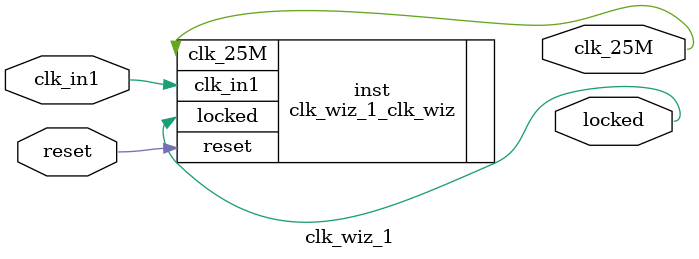
<source format=v>


`timescale 1ps/1ps

(* CORE_GENERATION_INFO = "clk_wiz_1,clk_wiz_v5_3_1,{component_name=clk_wiz_1,use_phase_alignment=true,use_min_o_jitter=false,use_max_i_jitter=false,use_dyn_phase_shift=false,use_inclk_switchover=false,use_dyn_reconfig=false,enable_axi=0,feedback_source=FDBK_AUTO,PRIMITIVE=MMCM,num_out_clk=1,clkin1_period=10.0,clkin2_period=10.0,use_power_down=false,use_reset=true,use_locked=true,use_inclk_stopped=false,feedback_type=SINGLE,CLOCK_MGR_TYPE=NA,manual_override=false}" *)

module clk_wiz_1 
 (
 // Clock in ports
  input         clk_in1,
  // Clock out ports
  output        clk_25M,
  // Status and control signals
  input         reset,
  output        locked
 );

  clk_wiz_1_clk_wiz inst
  (
 // Clock in ports
  .clk_in1(clk_in1),
  // Clock out ports  
  .clk_25M(clk_25M),
  // Status and control signals               
  .reset(reset), 
  .locked(locked)            
  );

endmodule

</source>
